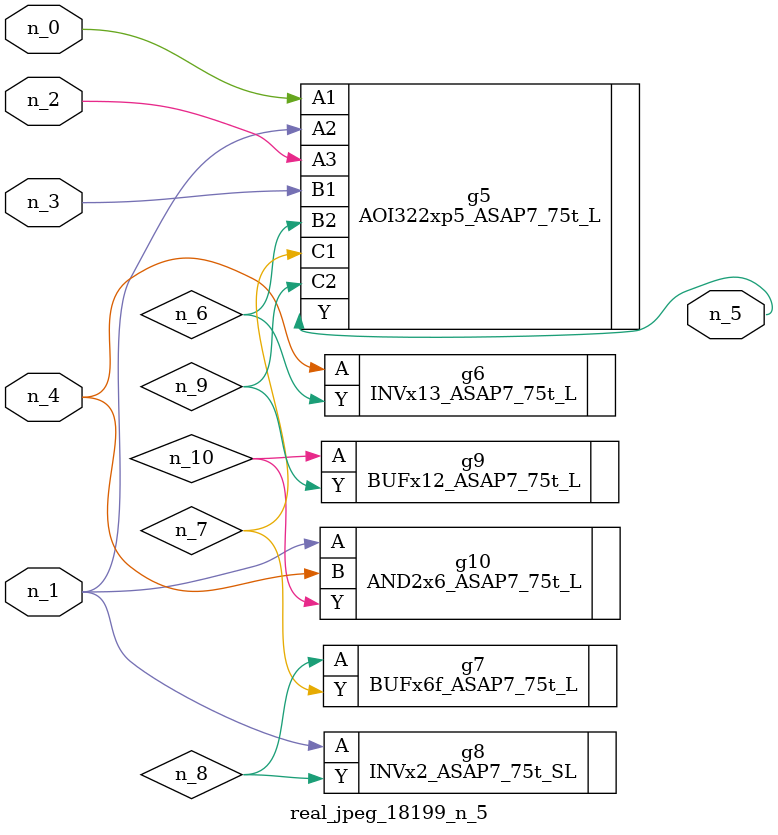
<source format=v>
module real_jpeg_18199_n_5 (n_4, n_0, n_1, n_2, n_3, n_5);

input n_4;
input n_0;
input n_1;
input n_2;
input n_3;

output n_5;

wire n_8;
wire n_6;
wire n_7;
wire n_10;
wire n_9;

AOI322xp5_ASAP7_75t_L g5 ( 
.A1(n_0),
.A2(n_1),
.A3(n_2),
.B1(n_3),
.B2(n_6),
.C1(n_7),
.C2(n_9),
.Y(n_5)
);

INVx2_ASAP7_75t_SL g8 ( 
.A(n_1),
.Y(n_8)
);

AND2x6_ASAP7_75t_L g10 ( 
.A(n_1),
.B(n_4),
.Y(n_10)
);

INVx13_ASAP7_75t_L g6 ( 
.A(n_4),
.Y(n_6)
);

BUFx6f_ASAP7_75t_L g7 ( 
.A(n_8),
.Y(n_7)
);

BUFx12_ASAP7_75t_L g9 ( 
.A(n_10),
.Y(n_9)
);


endmodule
</source>
